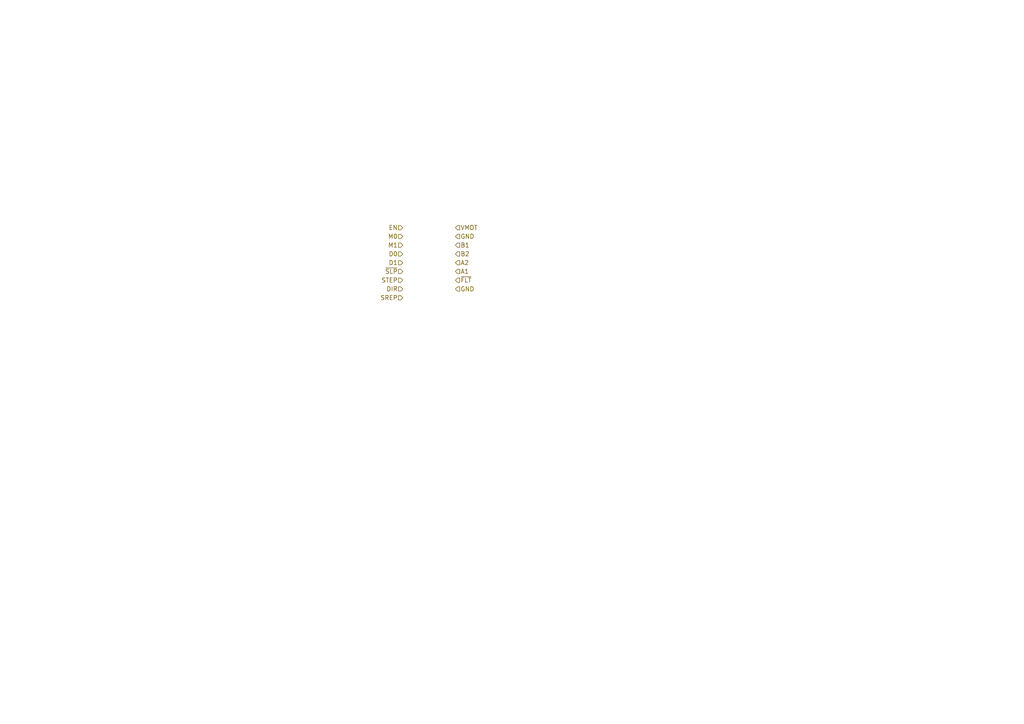
<source format=kicad_sch>
(kicad_sch (version 20230121) (generator eeschema)
  (paper "A4")
  (lib_symbols)
  (hierarchical_label "~{FLT}" (shape input) (at 132.08 81.28 0))
  (hierarchical_label "GND" (shape input) (at 132.08 68.58 0))
  (hierarchical_label "M0" (shape input) (at 116.84 68.58 180))
  (hierarchical_label "A1" (shape input) (at 132.08 78.74 0))
  (hierarchical_label "DIR" (shape input) (at 116.84 83.82 180))
  (hierarchical_label "STEP" (shape input) (at 116.84 81.28 180))
  (hierarchical_label "M1" (shape input) (at 116.84 71.12 180))
  (hierarchical_label "GND" (shape input) (at 132.08 83.82 0))
  (hierarchical_label "SREP" (shape input) (at 116.84 86.36 180))
  (hierarchical_label "EN" (shape input) (at 116.84 66.04 180))
  (hierarchical_label "A2" (shape input) (at 132.08 76.2 0))
  (hierarchical_label "D1" (shape input) (at 116.84 76.2 180))
  (hierarchical_label "~{SLP}" (shape input) (at 116.84 78.74 180))
  (hierarchical_label "B1" (shape input) (at 132.08 71.12 0))
  (hierarchical_label "B2" (shape input) (at 132.08 73.66 0))
  (hierarchical_label "VMOT" (shape input) (at 132.08 66.04 0))
  (hierarchical_label "D0" (shape input) (at 116.84 73.66 180))
)
</source>
